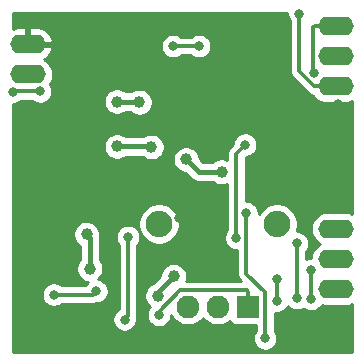
<source format=gbr>
G04 #@! TF.GenerationSoftware,KiCad,Pcbnew,(5.1.5-0-10_14)*
G04 #@! TF.CreationDate,2021-09-10T16:44:22+02:00*
G04 #@! TF.ProjectId,cleanblend,636c6561-6e62-46c6-956e-642e6b696361,rev?*
G04 #@! TF.SameCoordinates,Original*
G04 #@! TF.FileFunction,Copper,L2,Bot*
G04 #@! TF.FilePolarity,Positive*
%FSLAX46Y46*%
G04 Gerber Fmt 4.6, Leading zero omitted, Abs format (unit mm)*
G04 Created by KiCad (PCBNEW (5.1.5-0-10_14)) date 2021-09-10 16:44:22*
%MOMM*%
%LPD*%
G04 APERTURE LIST*
%ADD10O,2.250000X2.250000*%
%ADD11O,1.930400X1.930400*%
%ADD12R,1.930400X1.930400*%
%ADD13O,3.000000X1.600000*%
%ADD14C,0.800000*%
%ADD15C,1.000000*%
%ADD16C,0.300000*%
%ADD17C,0.450000*%
%ADD18C,0.400000*%
%ADD19C,0.254000*%
G04 APERTURE END LIST*
D10*
X105000000Y-93000000D03*
X95000000Y-93000000D03*
D11*
X97460000Y-100000000D03*
X100000000Y-100000000D03*
D12*
X102540000Y-100000000D03*
D13*
X109980000Y-76270000D03*
X109970000Y-81370000D03*
X109980000Y-78820000D03*
X109990000Y-93410000D03*
X109990000Y-95960000D03*
X110000000Y-98500000D03*
X83890000Y-80330000D03*
X83900000Y-77800000D03*
D14*
X92400000Y-94100000D03*
X92100000Y-101100000D03*
X86100000Y-99000000D03*
X89700000Y-98700000D03*
X106900000Y-75200000D03*
X84945698Y-81787217D03*
X82675022Y-81800000D03*
X102300000Y-86299977D03*
X101550000Y-94200000D03*
X106700000Y-99300000D03*
X106700000Y-94650000D03*
X107900000Y-96900000D03*
X107900000Y-99350000D03*
X102400000Y-92100000D03*
X104000000Y-102700000D03*
X105000000Y-97700000D03*
X105000000Y-99500000D03*
X96200000Y-77950000D03*
X98400000Y-77950000D03*
X108165686Y-80234314D03*
X96715069Y-92542649D03*
X110700000Y-101400000D03*
X102800000Y-103100000D03*
X110200000Y-82820000D03*
X89200000Y-91700000D03*
X83900000Y-89300000D03*
X89200000Y-77300000D03*
X100018268Y-86300706D03*
D15*
X91450000Y-82650000D03*
X93350000Y-82700000D03*
X100300000Y-88600717D03*
X97300000Y-87550002D03*
X94900000Y-99100000D03*
X96251752Y-97448248D03*
X89150000Y-96800000D03*
X88870672Y-93884477D03*
X91450000Y-86450000D03*
X94350000Y-86500000D03*
D14*
X95000000Y-100700000D03*
D16*
X92400000Y-100800000D02*
X92100000Y-101100000D01*
X92400000Y-94100000D02*
X92400000Y-100800000D01*
X89400000Y-99000000D02*
X89700000Y-98700000D01*
X86100000Y-99000000D02*
X89400000Y-99000000D01*
X108170000Y-81370000D02*
X109970000Y-81370000D01*
X106900000Y-80100000D02*
X108170000Y-81370000D01*
X106900000Y-75200000D02*
X106900000Y-80100000D01*
X84945698Y-81787217D02*
X82687805Y-81787217D01*
X82687805Y-81787217D02*
X82675022Y-81800000D01*
X102300000Y-86299977D02*
X101550000Y-87049977D01*
X101550000Y-87049977D02*
X101550000Y-94200000D01*
X106700000Y-99300000D02*
X106700000Y-94650000D01*
X107900000Y-96900000D02*
X107900000Y-99350000D01*
X102400000Y-97209598D02*
X104000000Y-98809598D01*
X102400000Y-92100000D02*
X102400000Y-97209598D01*
X104000000Y-98809598D02*
X104000000Y-102134315D01*
X104000000Y-102134315D02*
X104000000Y-102700000D01*
X105000000Y-97700000D02*
X105000000Y-99500000D01*
X96200000Y-77950000D02*
X98400000Y-77950000D01*
X108079990Y-80148618D02*
X108165686Y-80234314D01*
X108079990Y-76370010D02*
X108079990Y-80148618D01*
X108180000Y-76270000D02*
X108079990Y-76370010D01*
X109980000Y-76270000D02*
X108180000Y-76270000D01*
D17*
X93300000Y-82650000D02*
X93350000Y-82700000D01*
X91450000Y-82650000D02*
X93300000Y-82650000D01*
X100300000Y-88600717D02*
X98350715Y-88600717D01*
X98350715Y-88600717D02*
X97300000Y-87550002D01*
D18*
X94900000Y-98800000D02*
X96251752Y-97448248D01*
X94900000Y-99100000D02*
X94900000Y-98800000D01*
X89150000Y-94163805D02*
X88870672Y-93884477D01*
X89150000Y-96800000D02*
X89150000Y-94163805D01*
D17*
X91450000Y-86450000D02*
X94300000Y-86450000D01*
X94300000Y-86450000D02*
X94350000Y-86500000D01*
D16*
X102439999Y-98634799D02*
X102540000Y-98734800D01*
X95000000Y-100439502D02*
X96804703Y-98634799D01*
X102540000Y-98734800D02*
X102540000Y-100000000D01*
X96804703Y-98634799D02*
X102439999Y-98634799D01*
X95000000Y-100700000D02*
X95000000Y-100439502D01*
D19*
G36*
X105865000Y-75301939D02*
G01*
X105904774Y-75501898D01*
X105982795Y-75690256D01*
X106096063Y-75859774D01*
X106115000Y-75878711D01*
X106115001Y-80061437D01*
X106111203Y-80100000D01*
X106126359Y-80253886D01*
X106171246Y-80401859D01*
X106205177Y-80465340D01*
X106244139Y-80538233D01*
X106282520Y-80585000D01*
X106317655Y-80627812D01*
X106317659Y-80627816D01*
X106342237Y-80657764D01*
X106372185Y-80682342D01*
X107587658Y-81897815D01*
X107612236Y-81927764D01*
X107642184Y-81952342D01*
X107642187Y-81952345D01*
X107644065Y-81953886D01*
X107731767Y-82025862D01*
X107868140Y-82098754D01*
X107981672Y-82133194D01*
X108016112Y-82143641D01*
X108030490Y-82145057D01*
X108058629Y-82147829D01*
X108071068Y-82171101D01*
X108250392Y-82389608D01*
X108468899Y-82568932D01*
X108718192Y-82702182D01*
X108988691Y-82784236D01*
X109199508Y-82805000D01*
X110740492Y-82805000D01*
X110951309Y-82784236D01*
X111221808Y-82702182D01*
X111340001Y-82639007D01*
X111340000Y-92130303D01*
X111241808Y-92077818D01*
X110971309Y-91995764D01*
X110760492Y-91975000D01*
X109219508Y-91975000D01*
X109008691Y-91995764D01*
X108738192Y-92077818D01*
X108488899Y-92211068D01*
X108270392Y-92390392D01*
X108091068Y-92608899D01*
X107957818Y-92858192D01*
X107875764Y-93128691D01*
X107848057Y-93410000D01*
X107875764Y-93691309D01*
X107957818Y-93961808D01*
X108091068Y-94211101D01*
X108270392Y-94429608D01*
X108488899Y-94608932D01*
X108631212Y-94685000D01*
X108488899Y-94761068D01*
X108270392Y-94940392D01*
X108091068Y-95158899D01*
X107957818Y-95408192D01*
X107875764Y-95678691D01*
X107857414Y-95865000D01*
X107798061Y-95865000D01*
X107598102Y-95904774D01*
X107485000Y-95951623D01*
X107485000Y-95328711D01*
X107503937Y-95309774D01*
X107617205Y-95140256D01*
X107695226Y-94951898D01*
X107735000Y-94751939D01*
X107735000Y-94548061D01*
X107695226Y-94348102D01*
X107617205Y-94159744D01*
X107503937Y-93990226D01*
X107359774Y-93846063D01*
X107190256Y-93732795D01*
X107001898Y-93654774D01*
X106801939Y-93615000D01*
X106650269Y-93615000D01*
X106692364Y-93513373D01*
X106760000Y-93173345D01*
X106760000Y-92826655D01*
X106692364Y-92486627D01*
X106559692Y-92166327D01*
X106367081Y-91878065D01*
X106121935Y-91632919D01*
X105833673Y-91440308D01*
X105513373Y-91307636D01*
X105173345Y-91240000D01*
X104826655Y-91240000D01*
X104486627Y-91307636D01*
X104166327Y-91440308D01*
X103878065Y-91632919D01*
X103632919Y-91878065D01*
X103440308Y-92166327D01*
X103435000Y-92179142D01*
X103435000Y-91998061D01*
X103395226Y-91798102D01*
X103317205Y-91609744D01*
X103203937Y-91440226D01*
X103059774Y-91296063D01*
X102890256Y-91182795D01*
X102701898Y-91104774D01*
X102501939Y-91065000D01*
X102335000Y-91065000D01*
X102335000Y-87375134D01*
X102375157Y-87334977D01*
X102401939Y-87334977D01*
X102601898Y-87295203D01*
X102790256Y-87217182D01*
X102959774Y-87103914D01*
X103103937Y-86959751D01*
X103217205Y-86790233D01*
X103295226Y-86601875D01*
X103335000Y-86401916D01*
X103335000Y-86198038D01*
X103295226Y-85998079D01*
X103217205Y-85809721D01*
X103103937Y-85640203D01*
X102959774Y-85496040D01*
X102790256Y-85382772D01*
X102601898Y-85304751D01*
X102401939Y-85264977D01*
X102198061Y-85264977D01*
X101998102Y-85304751D01*
X101809744Y-85382772D01*
X101640226Y-85496040D01*
X101496063Y-85640203D01*
X101382795Y-85809721D01*
X101304774Y-85998079D01*
X101265000Y-86198038D01*
X101265000Y-86224820D01*
X101022189Y-86467630D01*
X100992236Y-86492213D01*
X100894138Y-86611745D01*
X100821246Y-86748118D01*
X100776359Y-86896091D01*
X100765000Y-87011417D01*
X100765000Y-87011424D01*
X100761203Y-87049977D01*
X100765000Y-87088530D01*
X100765000Y-87564811D01*
X100631067Y-87509334D01*
X100411788Y-87465717D01*
X100188212Y-87465717D01*
X99968933Y-87509334D01*
X99762376Y-87594893D01*
X99576480Y-87719105D01*
X99554868Y-87740717D01*
X98706938Y-87740717D01*
X98435000Y-87468779D01*
X98435000Y-87438214D01*
X98391383Y-87218935D01*
X98305824Y-87012378D01*
X98181612Y-86826482D01*
X98023520Y-86668390D01*
X97837624Y-86544178D01*
X97631067Y-86458619D01*
X97411788Y-86415002D01*
X97188212Y-86415002D01*
X96968933Y-86458619D01*
X96762376Y-86544178D01*
X96576480Y-86668390D01*
X96418388Y-86826482D01*
X96294176Y-87012378D01*
X96208617Y-87218935D01*
X96165000Y-87438214D01*
X96165000Y-87661790D01*
X96208617Y-87881069D01*
X96294176Y-88087626D01*
X96418388Y-88273522D01*
X96576480Y-88431614D01*
X96762376Y-88555826D01*
X96968933Y-88641385D01*
X97188212Y-88685002D01*
X97218777Y-88685002D01*
X97712727Y-89178952D01*
X97739661Y-89211771D01*
X97870613Y-89319241D01*
X98020015Y-89399098D01*
X98106665Y-89425382D01*
X98182124Y-89448273D01*
X98213253Y-89451339D01*
X98308469Y-89460717D01*
X98308475Y-89460717D01*
X98350714Y-89464877D01*
X98392953Y-89460717D01*
X99554868Y-89460717D01*
X99576480Y-89482329D01*
X99762376Y-89606541D01*
X99968933Y-89692100D01*
X100188212Y-89735717D01*
X100411788Y-89735717D01*
X100631067Y-89692100D01*
X100765000Y-89636623D01*
X100765001Y-93521288D01*
X100746063Y-93540226D01*
X100632795Y-93709744D01*
X100554774Y-93898102D01*
X100515000Y-94098061D01*
X100515000Y-94301939D01*
X100554774Y-94501898D01*
X100632795Y-94690256D01*
X100746063Y-94859774D01*
X100890226Y-95003937D01*
X101059744Y-95117205D01*
X101248102Y-95195226D01*
X101448061Y-95235000D01*
X101615001Y-95235000D01*
X101615001Y-97171035D01*
X101611203Y-97209598D01*
X101626359Y-97363484D01*
X101671246Y-97511457D01*
X101671247Y-97511458D01*
X101744139Y-97647831D01*
X101771863Y-97681612D01*
X101817655Y-97737410D01*
X101817659Y-97737414D01*
X101842237Y-97767362D01*
X101872185Y-97791940D01*
X101930044Y-97849799D01*
X97313939Y-97849799D01*
X97343135Y-97779315D01*
X97386752Y-97560036D01*
X97386752Y-97336460D01*
X97343135Y-97117181D01*
X97257576Y-96910624D01*
X97133364Y-96724728D01*
X96975272Y-96566636D01*
X96789376Y-96442424D01*
X96582819Y-96356865D01*
X96363540Y-96313248D01*
X96139964Y-96313248D01*
X95920685Y-96356865D01*
X95714128Y-96442424D01*
X95528232Y-96566636D01*
X95370140Y-96724728D01*
X95245928Y-96910624D01*
X95160369Y-97117181D01*
X95116752Y-97336460D01*
X95116752Y-97402380D01*
X94469208Y-98049924D01*
X94362376Y-98094176D01*
X94176480Y-98218388D01*
X94018388Y-98376480D01*
X93894176Y-98562376D01*
X93808617Y-98768933D01*
X93765000Y-98988212D01*
X93765000Y-99211788D01*
X93808617Y-99431067D01*
X93894176Y-99637624D01*
X94018388Y-99823520D01*
X94176480Y-99981612D01*
X94223356Y-100012933D01*
X94196063Y-100040226D01*
X94082795Y-100209744D01*
X94004774Y-100398102D01*
X93965000Y-100598061D01*
X93965000Y-100801939D01*
X94004774Y-101001898D01*
X94082795Y-101190256D01*
X94196063Y-101359774D01*
X94340226Y-101503937D01*
X94509744Y-101617205D01*
X94698102Y-101695226D01*
X94898061Y-101735000D01*
X95101939Y-101735000D01*
X95301898Y-101695226D01*
X95490256Y-101617205D01*
X95659774Y-101503937D01*
X95803937Y-101359774D01*
X95917205Y-101190256D01*
X95995226Y-101001898D01*
X96035000Y-100801939D01*
X96035000Y-100741270D01*
X96041921Y-100757979D01*
X96217043Y-101020068D01*
X96439932Y-101242957D01*
X96702021Y-101418079D01*
X96993239Y-101538706D01*
X97302394Y-101600200D01*
X97617606Y-101600200D01*
X97926761Y-101538706D01*
X98217979Y-101418079D01*
X98480068Y-101242957D01*
X98702957Y-101020068D01*
X98730000Y-100979595D01*
X98757043Y-101020068D01*
X98979932Y-101242957D01*
X99242021Y-101418079D01*
X99533239Y-101538706D01*
X99842394Y-101600200D01*
X100157606Y-101600200D01*
X100466761Y-101538706D01*
X100757979Y-101418079D01*
X101007673Y-101251239D01*
X101044263Y-101319694D01*
X101123615Y-101416385D01*
X101220306Y-101495737D01*
X101330620Y-101554702D01*
X101450318Y-101591012D01*
X101574800Y-101603272D01*
X103215001Y-101603272D01*
X103215001Y-102021288D01*
X103196063Y-102040226D01*
X103082795Y-102209744D01*
X103004774Y-102398102D01*
X102965000Y-102598061D01*
X102965000Y-102801939D01*
X103004774Y-103001898D01*
X103082795Y-103190256D01*
X103196063Y-103359774D01*
X103340226Y-103503937D01*
X103509744Y-103617205D01*
X103698102Y-103695226D01*
X103898061Y-103735000D01*
X104101939Y-103735000D01*
X104301898Y-103695226D01*
X104490256Y-103617205D01*
X104659774Y-103503937D01*
X104803937Y-103359774D01*
X104917205Y-103190256D01*
X104995226Y-103001898D01*
X105035000Y-102801939D01*
X105035000Y-102598061D01*
X104995226Y-102398102D01*
X104917205Y-102209744D01*
X104803937Y-102040226D01*
X104785000Y-102021289D01*
X104785000Y-100512511D01*
X104898061Y-100535000D01*
X105101939Y-100535000D01*
X105301898Y-100495226D01*
X105490256Y-100417205D01*
X105659774Y-100303937D01*
X105803937Y-100159774D01*
X105917205Y-99990256D01*
X105919941Y-99983652D01*
X106040226Y-100103937D01*
X106209744Y-100217205D01*
X106398102Y-100295226D01*
X106598061Y-100335000D01*
X106801939Y-100335000D01*
X107001898Y-100295226D01*
X107190256Y-100217205D01*
X107262585Y-100168877D01*
X107409744Y-100267205D01*
X107598102Y-100345226D01*
X107798061Y-100385000D01*
X108001939Y-100385000D01*
X108201898Y-100345226D01*
X108390256Y-100267205D01*
X108559774Y-100153937D01*
X108703937Y-100009774D01*
X108810060Y-99850949D01*
X109018691Y-99914236D01*
X109229508Y-99935000D01*
X110770492Y-99935000D01*
X110981309Y-99914236D01*
X111251808Y-99832182D01*
X111340000Y-99785042D01*
X111340000Y-103840000D01*
X82660000Y-103840000D01*
X82660000Y-100998061D01*
X91065000Y-100998061D01*
X91065000Y-101201939D01*
X91104774Y-101401898D01*
X91182795Y-101590256D01*
X91296063Y-101759774D01*
X91440226Y-101903937D01*
X91609744Y-102017205D01*
X91798102Y-102095226D01*
X91998061Y-102135000D01*
X92201939Y-102135000D01*
X92401898Y-102095226D01*
X92590256Y-102017205D01*
X92759774Y-101903937D01*
X92903937Y-101759774D01*
X93017205Y-101590256D01*
X93095226Y-101401898D01*
X93135000Y-101201939D01*
X93135000Y-101081270D01*
X93173641Y-100953887D01*
X93185000Y-100838561D01*
X93185000Y-100838554D01*
X93188797Y-100800001D01*
X93185000Y-100761448D01*
X93185000Y-94778711D01*
X93203937Y-94759774D01*
X93317205Y-94590256D01*
X93395226Y-94401898D01*
X93435000Y-94201939D01*
X93435000Y-93998061D01*
X93395226Y-93798102D01*
X93317205Y-93609744D01*
X93203937Y-93440226D01*
X93059774Y-93296063D01*
X92890256Y-93182795D01*
X92701898Y-93104774D01*
X92501939Y-93065000D01*
X92298061Y-93065000D01*
X92098102Y-93104774D01*
X91909744Y-93182795D01*
X91740226Y-93296063D01*
X91596063Y-93440226D01*
X91482795Y-93609744D01*
X91404774Y-93798102D01*
X91365000Y-93998061D01*
X91365000Y-94201939D01*
X91404774Y-94401898D01*
X91482795Y-94590256D01*
X91596063Y-94759774D01*
X91615000Y-94778711D01*
X91615001Y-100180618D01*
X91609744Y-100182795D01*
X91440226Y-100296063D01*
X91296063Y-100440226D01*
X91182795Y-100609744D01*
X91104774Y-100798102D01*
X91065000Y-100998061D01*
X82660000Y-100998061D01*
X82660000Y-98898061D01*
X85065000Y-98898061D01*
X85065000Y-99101939D01*
X85104774Y-99301898D01*
X85182795Y-99490256D01*
X85296063Y-99659774D01*
X85440226Y-99803937D01*
X85609744Y-99917205D01*
X85798102Y-99995226D01*
X85998061Y-100035000D01*
X86201939Y-100035000D01*
X86401898Y-99995226D01*
X86590256Y-99917205D01*
X86759774Y-99803937D01*
X86778711Y-99785000D01*
X89361447Y-99785000D01*
X89400000Y-99788797D01*
X89438553Y-99785000D01*
X89438561Y-99785000D01*
X89553887Y-99773641D01*
X89681270Y-99735000D01*
X89801939Y-99735000D01*
X90001898Y-99695226D01*
X90190256Y-99617205D01*
X90359774Y-99503937D01*
X90503937Y-99359774D01*
X90617205Y-99190256D01*
X90695226Y-99001898D01*
X90735000Y-98801939D01*
X90735000Y-98598061D01*
X90695226Y-98398102D01*
X90617205Y-98209744D01*
X90503937Y-98040226D01*
X90359774Y-97896063D01*
X90190256Y-97782795D01*
X90001898Y-97704774D01*
X89875500Y-97679632D01*
X90031612Y-97523520D01*
X90155824Y-97337624D01*
X90241383Y-97131067D01*
X90285000Y-96911788D01*
X90285000Y-96688212D01*
X90241383Y-96468933D01*
X90155824Y-96262376D01*
X90031612Y-96076480D01*
X89985000Y-96029868D01*
X89985000Y-94204812D01*
X89989039Y-94163804D01*
X89985000Y-94122796D01*
X89985000Y-94122786D01*
X89983512Y-94107674D01*
X90005672Y-93996265D01*
X90005672Y-93772689D01*
X89962055Y-93553410D01*
X89876496Y-93346853D01*
X89752284Y-93160957D01*
X89594192Y-93002865D01*
X89408296Y-92878653D01*
X89282763Y-92826655D01*
X93240000Y-92826655D01*
X93240000Y-93173345D01*
X93307636Y-93513373D01*
X93440308Y-93833673D01*
X93632919Y-94121935D01*
X93878065Y-94367081D01*
X94166327Y-94559692D01*
X94486627Y-94692364D01*
X94826655Y-94760000D01*
X95173345Y-94760000D01*
X95513373Y-94692364D01*
X95833673Y-94559692D01*
X96121935Y-94367081D01*
X96367081Y-94121935D01*
X96559692Y-93833673D01*
X96692364Y-93513373D01*
X96760000Y-93173345D01*
X96760000Y-92826655D01*
X96692364Y-92486627D01*
X96559692Y-92166327D01*
X96367081Y-91878065D01*
X96121935Y-91632919D01*
X95833673Y-91440308D01*
X95513373Y-91307636D01*
X95173345Y-91240000D01*
X94826655Y-91240000D01*
X94486627Y-91307636D01*
X94166327Y-91440308D01*
X93878065Y-91632919D01*
X93632919Y-91878065D01*
X93440308Y-92166327D01*
X93307636Y-92486627D01*
X93240000Y-92826655D01*
X89282763Y-92826655D01*
X89201739Y-92793094D01*
X88982460Y-92749477D01*
X88758884Y-92749477D01*
X88539605Y-92793094D01*
X88333048Y-92878653D01*
X88147152Y-93002865D01*
X87989060Y-93160957D01*
X87864848Y-93346853D01*
X87779289Y-93553410D01*
X87735672Y-93772689D01*
X87735672Y-93996265D01*
X87779289Y-94215544D01*
X87864848Y-94422101D01*
X87989060Y-94607997D01*
X88147152Y-94766089D01*
X88315001Y-94878242D01*
X88315000Y-96029868D01*
X88268388Y-96076480D01*
X88144176Y-96262376D01*
X88058617Y-96468933D01*
X88015000Y-96688212D01*
X88015000Y-96911788D01*
X88058617Y-97131067D01*
X88144176Y-97337624D01*
X88268388Y-97523520D01*
X88426480Y-97681612D01*
X88612376Y-97805824D01*
X88818933Y-97891383D01*
X89007415Y-97928874D01*
X88896063Y-98040226D01*
X88782795Y-98209744D01*
X88780618Y-98215000D01*
X86778711Y-98215000D01*
X86759774Y-98196063D01*
X86590256Y-98082795D01*
X86401898Y-98004774D01*
X86201939Y-97965000D01*
X85998061Y-97965000D01*
X85798102Y-98004774D01*
X85609744Y-98082795D01*
X85440226Y-98196063D01*
X85296063Y-98340226D01*
X85182795Y-98509744D01*
X85104774Y-98698102D01*
X85065000Y-98898061D01*
X82660000Y-98898061D01*
X82660000Y-86338212D01*
X90315000Y-86338212D01*
X90315000Y-86561788D01*
X90358617Y-86781067D01*
X90444176Y-86987624D01*
X90568388Y-87173520D01*
X90726480Y-87331612D01*
X90912376Y-87455824D01*
X91118933Y-87541383D01*
X91338212Y-87585000D01*
X91561788Y-87585000D01*
X91781067Y-87541383D01*
X91987624Y-87455824D01*
X92173520Y-87331612D01*
X92195132Y-87310000D01*
X93554868Y-87310000D01*
X93626480Y-87381612D01*
X93812376Y-87505824D01*
X94018933Y-87591383D01*
X94238212Y-87635000D01*
X94461788Y-87635000D01*
X94681067Y-87591383D01*
X94887624Y-87505824D01*
X95073520Y-87381612D01*
X95231612Y-87223520D01*
X95355824Y-87037624D01*
X95441383Y-86831067D01*
X95485000Y-86611788D01*
X95485000Y-86388212D01*
X95441383Y-86168933D01*
X95355824Y-85962376D01*
X95231612Y-85776480D01*
X95073520Y-85618388D01*
X94887624Y-85494176D01*
X94681067Y-85408617D01*
X94461788Y-85365000D01*
X94238212Y-85365000D01*
X94018933Y-85408617D01*
X93812376Y-85494176D01*
X93668966Y-85590000D01*
X92195132Y-85590000D01*
X92173520Y-85568388D01*
X91987624Y-85444176D01*
X91781067Y-85358617D01*
X91561788Y-85315000D01*
X91338212Y-85315000D01*
X91118933Y-85358617D01*
X90912376Y-85444176D01*
X90726480Y-85568388D01*
X90568388Y-85726480D01*
X90444176Y-85912376D01*
X90358617Y-86118933D01*
X90315000Y-86338212D01*
X82660000Y-86338212D01*
X82660000Y-82835000D01*
X82776961Y-82835000D01*
X82976920Y-82795226D01*
X83165278Y-82717205D01*
X83334796Y-82603937D01*
X83366516Y-82572217D01*
X84266987Y-82572217D01*
X84285924Y-82591154D01*
X84455442Y-82704422D01*
X84643800Y-82782443D01*
X84843759Y-82822217D01*
X85047637Y-82822217D01*
X85247596Y-82782443D01*
X85435954Y-82704422D01*
X85605472Y-82591154D01*
X85658414Y-82538212D01*
X90315000Y-82538212D01*
X90315000Y-82761788D01*
X90358617Y-82981067D01*
X90444176Y-83187624D01*
X90568388Y-83373520D01*
X90726480Y-83531612D01*
X90912376Y-83655824D01*
X91118933Y-83741383D01*
X91338212Y-83785000D01*
X91561788Y-83785000D01*
X91781067Y-83741383D01*
X91987624Y-83655824D01*
X92173520Y-83531612D01*
X92195132Y-83510000D01*
X92554868Y-83510000D01*
X92626480Y-83581612D01*
X92812376Y-83705824D01*
X93018933Y-83791383D01*
X93238212Y-83835000D01*
X93461788Y-83835000D01*
X93681067Y-83791383D01*
X93887624Y-83705824D01*
X94073520Y-83581612D01*
X94231612Y-83423520D01*
X94355824Y-83237624D01*
X94441383Y-83031067D01*
X94485000Y-82811788D01*
X94485000Y-82588212D01*
X94441383Y-82368933D01*
X94355824Y-82162376D01*
X94231612Y-81976480D01*
X94073520Y-81818388D01*
X93887624Y-81694176D01*
X93681067Y-81608617D01*
X93461788Y-81565000D01*
X93238212Y-81565000D01*
X93018933Y-81608617D01*
X92812376Y-81694176D01*
X92668966Y-81790000D01*
X92195132Y-81790000D01*
X92173520Y-81768388D01*
X91987624Y-81644176D01*
X91781067Y-81558617D01*
X91561788Y-81515000D01*
X91338212Y-81515000D01*
X91118933Y-81558617D01*
X90912376Y-81644176D01*
X90726480Y-81768388D01*
X90568388Y-81926480D01*
X90444176Y-82112376D01*
X90358617Y-82318933D01*
X90315000Y-82538212D01*
X85658414Y-82538212D01*
X85749635Y-82446991D01*
X85862903Y-82277473D01*
X85940924Y-82089115D01*
X85980698Y-81889156D01*
X85980698Y-81685278D01*
X85940924Y-81485319D01*
X85862903Y-81296961D01*
X85768618Y-81155853D01*
X85788932Y-81131101D01*
X85922182Y-80881808D01*
X86004236Y-80611309D01*
X86031943Y-80330000D01*
X86004236Y-80048691D01*
X85922182Y-79778192D01*
X85788932Y-79528899D01*
X85609608Y-79310392D01*
X85391101Y-79131068D01*
X85277176Y-79070174D01*
X85502839Y-78922601D01*
X85704500Y-78724895D01*
X85863715Y-78491646D01*
X85974367Y-78231818D01*
X85991904Y-78149039D01*
X85869915Y-77927000D01*
X84027000Y-77927000D01*
X84027000Y-77947000D01*
X83773000Y-77947000D01*
X83773000Y-77927000D01*
X83753000Y-77927000D01*
X83753000Y-77848061D01*
X95165000Y-77848061D01*
X95165000Y-78051939D01*
X95204774Y-78251898D01*
X95282795Y-78440256D01*
X95396063Y-78609774D01*
X95540226Y-78753937D01*
X95709744Y-78867205D01*
X95898102Y-78945226D01*
X96098061Y-78985000D01*
X96301939Y-78985000D01*
X96501898Y-78945226D01*
X96690256Y-78867205D01*
X96859774Y-78753937D01*
X96878711Y-78735000D01*
X97721289Y-78735000D01*
X97740226Y-78753937D01*
X97909744Y-78867205D01*
X98098102Y-78945226D01*
X98298061Y-78985000D01*
X98501939Y-78985000D01*
X98701898Y-78945226D01*
X98890256Y-78867205D01*
X99059774Y-78753937D01*
X99203937Y-78609774D01*
X99317205Y-78440256D01*
X99395226Y-78251898D01*
X99435000Y-78051939D01*
X99435000Y-77848061D01*
X99395226Y-77648102D01*
X99317205Y-77459744D01*
X99203937Y-77290226D01*
X99059774Y-77146063D01*
X98890256Y-77032795D01*
X98701898Y-76954774D01*
X98501939Y-76915000D01*
X98298061Y-76915000D01*
X98098102Y-76954774D01*
X97909744Y-77032795D01*
X97740226Y-77146063D01*
X97721289Y-77165000D01*
X96878711Y-77165000D01*
X96859774Y-77146063D01*
X96690256Y-77032795D01*
X96501898Y-76954774D01*
X96301939Y-76915000D01*
X96098061Y-76915000D01*
X95898102Y-76954774D01*
X95709744Y-77032795D01*
X95540226Y-77146063D01*
X95396063Y-77290226D01*
X95282795Y-77459744D01*
X95204774Y-77648102D01*
X95165000Y-77848061D01*
X83753000Y-77848061D01*
X83753000Y-77673000D01*
X83773000Y-77673000D01*
X83773000Y-76365000D01*
X84027000Y-76365000D01*
X84027000Y-77673000D01*
X85869915Y-77673000D01*
X85991904Y-77450961D01*
X85974367Y-77368182D01*
X85863715Y-77108354D01*
X85704500Y-76875105D01*
X85502839Y-76677399D01*
X85266483Y-76522834D01*
X85004514Y-76417350D01*
X84727000Y-76365000D01*
X84027000Y-76365000D01*
X83773000Y-76365000D01*
X83073000Y-76365000D01*
X82795486Y-76417350D01*
X82660000Y-76471905D01*
X82660000Y-75160000D01*
X105865000Y-75160000D01*
X105865000Y-75301939D01*
G37*
X105865000Y-75301939D02*
X105904774Y-75501898D01*
X105982795Y-75690256D01*
X106096063Y-75859774D01*
X106115000Y-75878711D01*
X106115001Y-80061437D01*
X106111203Y-80100000D01*
X106126359Y-80253886D01*
X106171246Y-80401859D01*
X106205177Y-80465340D01*
X106244139Y-80538233D01*
X106282520Y-80585000D01*
X106317655Y-80627812D01*
X106317659Y-80627816D01*
X106342237Y-80657764D01*
X106372185Y-80682342D01*
X107587658Y-81897815D01*
X107612236Y-81927764D01*
X107642184Y-81952342D01*
X107642187Y-81952345D01*
X107644065Y-81953886D01*
X107731767Y-82025862D01*
X107868140Y-82098754D01*
X107981672Y-82133194D01*
X108016112Y-82143641D01*
X108030490Y-82145057D01*
X108058629Y-82147829D01*
X108071068Y-82171101D01*
X108250392Y-82389608D01*
X108468899Y-82568932D01*
X108718192Y-82702182D01*
X108988691Y-82784236D01*
X109199508Y-82805000D01*
X110740492Y-82805000D01*
X110951309Y-82784236D01*
X111221808Y-82702182D01*
X111340001Y-82639007D01*
X111340000Y-92130303D01*
X111241808Y-92077818D01*
X110971309Y-91995764D01*
X110760492Y-91975000D01*
X109219508Y-91975000D01*
X109008691Y-91995764D01*
X108738192Y-92077818D01*
X108488899Y-92211068D01*
X108270392Y-92390392D01*
X108091068Y-92608899D01*
X107957818Y-92858192D01*
X107875764Y-93128691D01*
X107848057Y-93410000D01*
X107875764Y-93691309D01*
X107957818Y-93961808D01*
X108091068Y-94211101D01*
X108270392Y-94429608D01*
X108488899Y-94608932D01*
X108631212Y-94685000D01*
X108488899Y-94761068D01*
X108270392Y-94940392D01*
X108091068Y-95158899D01*
X107957818Y-95408192D01*
X107875764Y-95678691D01*
X107857414Y-95865000D01*
X107798061Y-95865000D01*
X107598102Y-95904774D01*
X107485000Y-95951623D01*
X107485000Y-95328711D01*
X107503937Y-95309774D01*
X107617205Y-95140256D01*
X107695226Y-94951898D01*
X107735000Y-94751939D01*
X107735000Y-94548061D01*
X107695226Y-94348102D01*
X107617205Y-94159744D01*
X107503937Y-93990226D01*
X107359774Y-93846063D01*
X107190256Y-93732795D01*
X107001898Y-93654774D01*
X106801939Y-93615000D01*
X106650269Y-93615000D01*
X106692364Y-93513373D01*
X106760000Y-93173345D01*
X106760000Y-92826655D01*
X106692364Y-92486627D01*
X106559692Y-92166327D01*
X106367081Y-91878065D01*
X106121935Y-91632919D01*
X105833673Y-91440308D01*
X105513373Y-91307636D01*
X105173345Y-91240000D01*
X104826655Y-91240000D01*
X104486627Y-91307636D01*
X104166327Y-91440308D01*
X103878065Y-91632919D01*
X103632919Y-91878065D01*
X103440308Y-92166327D01*
X103435000Y-92179142D01*
X103435000Y-91998061D01*
X103395226Y-91798102D01*
X103317205Y-91609744D01*
X103203937Y-91440226D01*
X103059774Y-91296063D01*
X102890256Y-91182795D01*
X102701898Y-91104774D01*
X102501939Y-91065000D01*
X102335000Y-91065000D01*
X102335000Y-87375134D01*
X102375157Y-87334977D01*
X102401939Y-87334977D01*
X102601898Y-87295203D01*
X102790256Y-87217182D01*
X102959774Y-87103914D01*
X103103937Y-86959751D01*
X103217205Y-86790233D01*
X103295226Y-86601875D01*
X103335000Y-86401916D01*
X103335000Y-86198038D01*
X103295226Y-85998079D01*
X103217205Y-85809721D01*
X103103937Y-85640203D01*
X102959774Y-85496040D01*
X102790256Y-85382772D01*
X102601898Y-85304751D01*
X102401939Y-85264977D01*
X102198061Y-85264977D01*
X101998102Y-85304751D01*
X101809744Y-85382772D01*
X101640226Y-85496040D01*
X101496063Y-85640203D01*
X101382795Y-85809721D01*
X101304774Y-85998079D01*
X101265000Y-86198038D01*
X101265000Y-86224820D01*
X101022189Y-86467630D01*
X100992236Y-86492213D01*
X100894138Y-86611745D01*
X100821246Y-86748118D01*
X100776359Y-86896091D01*
X100765000Y-87011417D01*
X100765000Y-87011424D01*
X100761203Y-87049977D01*
X100765000Y-87088530D01*
X100765000Y-87564811D01*
X100631067Y-87509334D01*
X100411788Y-87465717D01*
X100188212Y-87465717D01*
X99968933Y-87509334D01*
X99762376Y-87594893D01*
X99576480Y-87719105D01*
X99554868Y-87740717D01*
X98706938Y-87740717D01*
X98435000Y-87468779D01*
X98435000Y-87438214D01*
X98391383Y-87218935D01*
X98305824Y-87012378D01*
X98181612Y-86826482D01*
X98023520Y-86668390D01*
X97837624Y-86544178D01*
X97631067Y-86458619D01*
X97411788Y-86415002D01*
X97188212Y-86415002D01*
X96968933Y-86458619D01*
X96762376Y-86544178D01*
X96576480Y-86668390D01*
X96418388Y-86826482D01*
X96294176Y-87012378D01*
X96208617Y-87218935D01*
X96165000Y-87438214D01*
X96165000Y-87661790D01*
X96208617Y-87881069D01*
X96294176Y-88087626D01*
X96418388Y-88273522D01*
X96576480Y-88431614D01*
X96762376Y-88555826D01*
X96968933Y-88641385D01*
X97188212Y-88685002D01*
X97218777Y-88685002D01*
X97712727Y-89178952D01*
X97739661Y-89211771D01*
X97870613Y-89319241D01*
X98020015Y-89399098D01*
X98106665Y-89425382D01*
X98182124Y-89448273D01*
X98213253Y-89451339D01*
X98308469Y-89460717D01*
X98308475Y-89460717D01*
X98350714Y-89464877D01*
X98392953Y-89460717D01*
X99554868Y-89460717D01*
X99576480Y-89482329D01*
X99762376Y-89606541D01*
X99968933Y-89692100D01*
X100188212Y-89735717D01*
X100411788Y-89735717D01*
X100631067Y-89692100D01*
X100765000Y-89636623D01*
X100765001Y-93521288D01*
X100746063Y-93540226D01*
X100632795Y-93709744D01*
X100554774Y-93898102D01*
X100515000Y-94098061D01*
X100515000Y-94301939D01*
X100554774Y-94501898D01*
X100632795Y-94690256D01*
X100746063Y-94859774D01*
X100890226Y-95003937D01*
X101059744Y-95117205D01*
X101248102Y-95195226D01*
X101448061Y-95235000D01*
X101615001Y-95235000D01*
X101615001Y-97171035D01*
X101611203Y-97209598D01*
X101626359Y-97363484D01*
X101671246Y-97511457D01*
X101671247Y-97511458D01*
X101744139Y-97647831D01*
X101771863Y-97681612D01*
X101817655Y-97737410D01*
X101817659Y-97737414D01*
X101842237Y-97767362D01*
X101872185Y-97791940D01*
X101930044Y-97849799D01*
X97313939Y-97849799D01*
X97343135Y-97779315D01*
X97386752Y-97560036D01*
X97386752Y-97336460D01*
X97343135Y-97117181D01*
X97257576Y-96910624D01*
X97133364Y-96724728D01*
X96975272Y-96566636D01*
X96789376Y-96442424D01*
X96582819Y-96356865D01*
X96363540Y-96313248D01*
X96139964Y-96313248D01*
X95920685Y-96356865D01*
X95714128Y-96442424D01*
X95528232Y-96566636D01*
X95370140Y-96724728D01*
X95245928Y-96910624D01*
X95160369Y-97117181D01*
X95116752Y-97336460D01*
X95116752Y-97402380D01*
X94469208Y-98049924D01*
X94362376Y-98094176D01*
X94176480Y-98218388D01*
X94018388Y-98376480D01*
X93894176Y-98562376D01*
X93808617Y-98768933D01*
X93765000Y-98988212D01*
X93765000Y-99211788D01*
X93808617Y-99431067D01*
X93894176Y-99637624D01*
X94018388Y-99823520D01*
X94176480Y-99981612D01*
X94223356Y-100012933D01*
X94196063Y-100040226D01*
X94082795Y-100209744D01*
X94004774Y-100398102D01*
X93965000Y-100598061D01*
X93965000Y-100801939D01*
X94004774Y-101001898D01*
X94082795Y-101190256D01*
X94196063Y-101359774D01*
X94340226Y-101503937D01*
X94509744Y-101617205D01*
X94698102Y-101695226D01*
X94898061Y-101735000D01*
X95101939Y-101735000D01*
X95301898Y-101695226D01*
X95490256Y-101617205D01*
X95659774Y-101503937D01*
X95803937Y-101359774D01*
X95917205Y-101190256D01*
X95995226Y-101001898D01*
X96035000Y-100801939D01*
X96035000Y-100741270D01*
X96041921Y-100757979D01*
X96217043Y-101020068D01*
X96439932Y-101242957D01*
X96702021Y-101418079D01*
X96993239Y-101538706D01*
X97302394Y-101600200D01*
X97617606Y-101600200D01*
X97926761Y-101538706D01*
X98217979Y-101418079D01*
X98480068Y-101242957D01*
X98702957Y-101020068D01*
X98730000Y-100979595D01*
X98757043Y-101020068D01*
X98979932Y-101242957D01*
X99242021Y-101418079D01*
X99533239Y-101538706D01*
X99842394Y-101600200D01*
X100157606Y-101600200D01*
X100466761Y-101538706D01*
X100757979Y-101418079D01*
X101007673Y-101251239D01*
X101044263Y-101319694D01*
X101123615Y-101416385D01*
X101220306Y-101495737D01*
X101330620Y-101554702D01*
X101450318Y-101591012D01*
X101574800Y-101603272D01*
X103215001Y-101603272D01*
X103215001Y-102021288D01*
X103196063Y-102040226D01*
X103082795Y-102209744D01*
X103004774Y-102398102D01*
X102965000Y-102598061D01*
X102965000Y-102801939D01*
X103004774Y-103001898D01*
X103082795Y-103190256D01*
X103196063Y-103359774D01*
X103340226Y-103503937D01*
X103509744Y-103617205D01*
X103698102Y-103695226D01*
X103898061Y-103735000D01*
X104101939Y-103735000D01*
X104301898Y-103695226D01*
X104490256Y-103617205D01*
X104659774Y-103503937D01*
X104803937Y-103359774D01*
X104917205Y-103190256D01*
X104995226Y-103001898D01*
X105035000Y-102801939D01*
X105035000Y-102598061D01*
X104995226Y-102398102D01*
X104917205Y-102209744D01*
X104803937Y-102040226D01*
X104785000Y-102021289D01*
X104785000Y-100512511D01*
X104898061Y-100535000D01*
X105101939Y-100535000D01*
X105301898Y-100495226D01*
X105490256Y-100417205D01*
X105659774Y-100303937D01*
X105803937Y-100159774D01*
X105917205Y-99990256D01*
X105919941Y-99983652D01*
X106040226Y-100103937D01*
X106209744Y-100217205D01*
X106398102Y-100295226D01*
X106598061Y-100335000D01*
X106801939Y-100335000D01*
X107001898Y-100295226D01*
X107190256Y-100217205D01*
X107262585Y-100168877D01*
X107409744Y-100267205D01*
X107598102Y-100345226D01*
X107798061Y-100385000D01*
X108001939Y-100385000D01*
X108201898Y-100345226D01*
X108390256Y-100267205D01*
X108559774Y-100153937D01*
X108703937Y-100009774D01*
X108810060Y-99850949D01*
X109018691Y-99914236D01*
X109229508Y-99935000D01*
X110770492Y-99935000D01*
X110981309Y-99914236D01*
X111251808Y-99832182D01*
X111340000Y-99785042D01*
X111340000Y-103840000D01*
X82660000Y-103840000D01*
X82660000Y-100998061D01*
X91065000Y-100998061D01*
X91065000Y-101201939D01*
X91104774Y-101401898D01*
X91182795Y-101590256D01*
X91296063Y-101759774D01*
X91440226Y-101903937D01*
X91609744Y-102017205D01*
X91798102Y-102095226D01*
X91998061Y-102135000D01*
X92201939Y-102135000D01*
X92401898Y-102095226D01*
X92590256Y-102017205D01*
X92759774Y-101903937D01*
X92903937Y-101759774D01*
X93017205Y-101590256D01*
X93095226Y-101401898D01*
X93135000Y-101201939D01*
X93135000Y-101081270D01*
X93173641Y-100953887D01*
X93185000Y-100838561D01*
X93185000Y-100838554D01*
X93188797Y-100800001D01*
X93185000Y-100761448D01*
X93185000Y-94778711D01*
X93203937Y-94759774D01*
X93317205Y-94590256D01*
X93395226Y-94401898D01*
X93435000Y-94201939D01*
X93435000Y-93998061D01*
X93395226Y-93798102D01*
X93317205Y-93609744D01*
X93203937Y-93440226D01*
X93059774Y-93296063D01*
X92890256Y-93182795D01*
X92701898Y-93104774D01*
X92501939Y-93065000D01*
X92298061Y-93065000D01*
X92098102Y-93104774D01*
X91909744Y-93182795D01*
X91740226Y-93296063D01*
X91596063Y-93440226D01*
X91482795Y-93609744D01*
X91404774Y-93798102D01*
X91365000Y-93998061D01*
X91365000Y-94201939D01*
X91404774Y-94401898D01*
X91482795Y-94590256D01*
X91596063Y-94759774D01*
X91615000Y-94778711D01*
X91615001Y-100180618D01*
X91609744Y-100182795D01*
X91440226Y-100296063D01*
X91296063Y-100440226D01*
X91182795Y-100609744D01*
X91104774Y-100798102D01*
X91065000Y-100998061D01*
X82660000Y-100998061D01*
X82660000Y-98898061D01*
X85065000Y-98898061D01*
X85065000Y-99101939D01*
X85104774Y-99301898D01*
X85182795Y-99490256D01*
X85296063Y-99659774D01*
X85440226Y-99803937D01*
X85609744Y-99917205D01*
X85798102Y-99995226D01*
X85998061Y-100035000D01*
X86201939Y-100035000D01*
X86401898Y-99995226D01*
X86590256Y-99917205D01*
X86759774Y-99803937D01*
X86778711Y-99785000D01*
X89361447Y-99785000D01*
X89400000Y-99788797D01*
X89438553Y-99785000D01*
X89438561Y-99785000D01*
X89553887Y-99773641D01*
X89681270Y-99735000D01*
X89801939Y-99735000D01*
X90001898Y-99695226D01*
X90190256Y-99617205D01*
X90359774Y-99503937D01*
X90503937Y-99359774D01*
X90617205Y-99190256D01*
X90695226Y-99001898D01*
X90735000Y-98801939D01*
X90735000Y-98598061D01*
X90695226Y-98398102D01*
X90617205Y-98209744D01*
X90503937Y-98040226D01*
X90359774Y-97896063D01*
X90190256Y-97782795D01*
X90001898Y-97704774D01*
X89875500Y-97679632D01*
X90031612Y-97523520D01*
X90155824Y-97337624D01*
X90241383Y-97131067D01*
X90285000Y-96911788D01*
X90285000Y-96688212D01*
X90241383Y-96468933D01*
X90155824Y-96262376D01*
X90031612Y-96076480D01*
X89985000Y-96029868D01*
X89985000Y-94204812D01*
X89989039Y-94163804D01*
X89985000Y-94122796D01*
X89985000Y-94122786D01*
X89983512Y-94107674D01*
X90005672Y-93996265D01*
X90005672Y-93772689D01*
X89962055Y-93553410D01*
X89876496Y-93346853D01*
X89752284Y-93160957D01*
X89594192Y-93002865D01*
X89408296Y-92878653D01*
X89282763Y-92826655D01*
X93240000Y-92826655D01*
X93240000Y-93173345D01*
X93307636Y-93513373D01*
X93440308Y-93833673D01*
X93632919Y-94121935D01*
X93878065Y-94367081D01*
X94166327Y-94559692D01*
X94486627Y-94692364D01*
X94826655Y-94760000D01*
X95173345Y-94760000D01*
X95513373Y-94692364D01*
X95833673Y-94559692D01*
X96121935Y-94367081D01*
X96367081Y-94121935D01*
X96559692Y-93833673D01*
X96692364Y-93513373D01*
X96760000Y-93173345D01*
X96760000Y-92826655D01*
X96692364Y-92486627D01*
X96559692Y-92166327D01*
X96367081Y-91878065D01*
X96121935Y-91632919D01*
X95833673Y-91440308D01*
X95513373Y-91307636D01*
X95173345Y-91240000D01*
X94826655Y-91240000D01*
X94486627Y-91307636D01*
X94166327Y-91440308D01*
X93878065Y-91632919D01*
X93632919Y-91878065D01*
X93440308Y-92166327D01*
X93307636Y-92486627D01*
X93240000Y-92826655D01*
X89282763Y-92826655D01*
X89201739Y-92793094D01*
X88982460Y-92749477D01*
X88758884Y-92749477D01*
X88539605Y-92793094D01*
X88333048Y-92878653D01*
X88147152Y-93002865D01*
X87989060Y-93160957D01*
X87864848Y-93346853D01*
X87779289Y-93553410D01*
X87735672Y-93772689D01*
X87735672Y-93996265D01*
X87779289Y-94215544D01*
X87864848Y-94422101D01*
X87989060Y-94607997D01*
X88147152Y-94766089D01*
X88315001Y-94878242D01*
X88315000Y-96029868D01*
X88268388Y-96076480D01*
X88144176Y-96262376D01*
X88058617Y-96468933D01*
X88015000Y-96688212D01*
X88015000Y-96911788D01*
X88058617Y-97131067D01*
X88144176Y-97337624D01*
X88268388Y-97523520D01*
X88426480Y-97681612D01*
X88612376Y-97805824D01*
X88818933Y-97891383D01*
X89007415Y-97928874D01*
X88896063Y-98040226D01*
X88782795Y-98209744D01*
X88780618Y-98215000D01*
X86778711Y-98215000D01*
X86759774Y-98196063D01*
X86590256Y-98082795D01*
X86401898Y-98004774D01*
X86201939Y-97965000D01*
X85998061Y-97965000D01*
X85798102Y-98004774D01*
X85609744Y-98082795D01*
X85440226Y-98196063D01*
X85296063Y-98340226D01*
X85182795Y-98509744D01*
X85104774Y-98698102D01*
X85065000Y-98898061D01*
X82660000Y-98898061D01*
X82660000Y-86338212D01*
X90315000Y-86338212D01*
X90315000Y-86561788D01*
X90358617Y-86781067D01*
X90444176Y-86987624D01*
X90568388Y-87173520D01*
X90726480Y-87331612D01*
X90912376Y-87455824D01*
X91118933Y-87541383D01*
X91338212Y-87585000D01*
X91561788Y-87585000D01*
X91781067Y-87541383D01*
X91987624Y-87455824D01*
X92173520Y-87331612D01*
X92195132Y-87310000D01*
X93554868Y-87310000D01*
X93626480Y-87381612D01*
X93812376Y-87505824D01*
X94018933Y-87591383D01*
X94238212Y-87635000D01*
X94461788Y-87635000D01*
X94681067Y-87591383D01*
X94887624Y-87505824D01*
X95073520Y-87381612D01*
X95231612Y-87223520D01*
X95355824Y-87037624D01*
X95441383Y-86831067D01*
X95485000Y-86611788D01*
X95485000Y-86388212D01*
X95441383Y-86168933D01*
X95355824Y-85962376D01*
X95231612Y-85776480D01*
X95073520Y-85618388D01*
X94887624Y-85494176D01*
X94681067Y-85408617D01*
X94461788Y-85365000D01*
X94238212Y-85365000D01*
X94018933Y-85408617D01*
X93812376Y-85494176D01*
X93668966Y-85590000D01*
X92195132Y-85590000D01*
X92173520Y-85568388D01*
X91987624Y-85444176D01*
X91781067Y-85358617D01*
X91561788Y-85315000D01*
X91338212Y-85315000D01*
X91118933Y-85358617D01*
X90912376Y-85444176D01*
X90726480Y-85568388D01*
X90568388Y-85726480D01*
X90444176Y-85912376D01*
X90358617Y-86118933D01*
X90315000Y-86338212D01*
X82660000Y-86338212D01*
X82660000Y-82835000D01*
X82776961Y-82835000D01*
X82976920Y-82795226D01*
X83165278Y-82717205D01*
X83334796Y-82603937D01*
X83366516Y-82572217D01*
X84266987Y-82572217D01*
X84285924Y-82591154D01*
X84455442Y-82704422D01*
X84643800Y-82782443D01*
X84843759Y-82822217D01*
X85047637Y-82822217D01*
X85247596Y-82782443D01*
X85435954Y-82704422D01*
X85605472Y-82591154D01*
X85658414Y-82538212D01*
X90315000Y-82538212D01*
X90315000Y-82761788D01*
X90358617Y-82981067D01*
X90444176Y-83187624D01*
X90568388Y-83373520D01*
X90726480Y-83531612D01*
X90912376Y-83655824D01*
X91118933Y-83741383D01*
X91338212Y-83785000D01*
X91561788Y-83785000D01*
X91781067Y-83741383D01*
X91987624Y-83655824D01*
X92173520Y-83531612D01*
X92195132Y-83510000D01*
X92554868Y-83510000D01*
X92626480Y-83581612D01*
X92812376Y-83705824D01*
X93018933Y-83791383D01*
X93238212Y-83835000D01*
X93461788Y-83835000D01*
X93681067Y-83791383D01*
X93887624Y-83705824D01*
X94073520Y-83581612D01*
X94231612Y-83423520D01*
X94355824Y-83237624D01*
X94441383Y-83031067D01*
X94485000Y-82811788D01*
X94485000Y-82588212D01*
X94441383Y-82368933D01*
X94355824Y-82162376D01*
X94231612Y-81976480D01*
X94073520Y-81818388D01*
X93887624Y-81694176D01*
X93681067Y-81608617D01*
X93461788Y-81565000D01*
X93238212Y-81565000D01*
X93018933Y-81608617D01*
X92812376Y-81694176D01*
X92668966Y-81790000D01*
X92195132Y-81790000D01*
X92173520Y-81768388D01*
X91987624Y-81644176D01*
X91781067Y-81558617D01*
X91561788Y-81515000D01*
X91338212Y-81515000D01*
X91118933Y-81558617D01*
X90912376Y-81644176D01*
X90726480Y-81768388D01*
X90568388Y-81926480D01*
X90444176Y-82112376D01*
X90358617Y-82318933D01*
X90315000Y-82538212D01*
X85658414Y-82538212D01*
X85749635Y-82446991D01*
X85862903Y-82277473D01*
X85940924Y-82089115D01*
X85980698Y-81889156D01*
X85980698Y-81685278D01*
X85940924Y-81485319D01*
X85862903Y-81296961D01*
X85768618Y-81155853D01*
X85788932Y-81131101D01*
X85922182Y-80881808D01*
X86004236Y-80611309D01*
X86031943Y-80330000D01*
X86004236Y-80048691D01*
X85922182Y-79778192D01*
X85788932Y-79528899D01*
X85609608Y-79310392D01*
X85391101Y-79131068D01*
X85277176Y-79070174D01*
X85502839Y-78922601D01*
X85704500Y-78724895D01*
X85863715Y-78491646D01*
X85974367Y-78231818D01*
X85991904Y-78149039D01*
X85869915Y-77927000D01*
X84027000Y-77927000D01*
X84027000Y-77947000D01*
X83773000Y-77947000D01*
X83773000Y-77927000D01*
X83753000Y-77927000D01*
X83753000Y-77848061D01*
X95165000Y-77848061D01*
X95165000Y-78051939D01*
X95204774Y-78251898D01*
X95282795Y-78440256D01*
X95396063Y-78609774D01*
X95540226Y-78753937D01*
X95709744Y-78867205D01*
X95898102Y-78945226D01*
X96098061Y-78985000D01*
X96301939Y-78985000D01*
X96501898Y-78945226D01*
X96690256Y-78867205D01*
X96859774Y-78753937D01*
X96878711Y-78735000D01*
X97721289Y-78735000D01*
X97740226Y-78753937D01*
X97909744Y-78867205D01*
X98098102Y-78945226D01*
X98298061Y-78985000D01*
X98501939Y-78985000D01*
X98701898Y-78945226D01*
X98890256Y-78867205D01*
X99059774Y-78753937D01*
X99203937Y-78609774D01*
X99317205Y-78440256D01*
X99395226Y-78251898D01*
X99435000Y-78051939D01*
X99435000Y-77848061D01*
X99395226Y-77648102D01*
X99317205Y-77459744D01*
X99203937Y-77290226D01*
X99059774Y-77146063D01*
X98890256Y-77032795D01*
X98701898Y-76954774D01*
X98501939Y-76915000D01*
X98298061Y-76915000D01*
X98098102Y-76954774D01*
X97909744Y-77032795D01*
X97740226Y-77146063D01*
X97721289Y-77165000D01*
X96878711Y-77165000D01*
X96859774Y-77146063D01*
X96690256Y-77032795D01*
X96501898Y-76954774D01*
X96301939Y-76915000D01*
X96098061Y-76915000D01*
X95898102Y-76954774D01*
X95709744Y-77032795D01*
X95540226Y-77146063D01*
X95396063Y-77290226D01*
X95282795Y-77459744D01*
X95204774Y-77648102D01*
X95165000Y-77848061D01*
X83753000Y-77848061D01*
X83753000Y-77673000D01*
X83773000Y-77673000D01*
X83773000Y-76365000D01*
X84027000Y-76365000D01*
X84027000Y-77673000D01*
X85869915Y-77673000D01*
X85991904Y-77450961D01*
X85974367Y-77368182D01*
X85863715Y-77108354D01*
X85704500Y-76875105D01*
X85502839Y-76677399D01*
X85266483Y-76522834D01*
X85004514Y-76417350D01*
X84727000Y-76365000D01*
X84027000Y-76365000D01*
X83773000Y-76365000D01*
X83073000Y-76365000D01*
X82795486Y-76417350D01*
X82660000Y-76471905D01*
X82660000Y-75160000D01*
X105865000Y-75160000D01*
X105865000Y-75301939D01*
M02*

</source>
